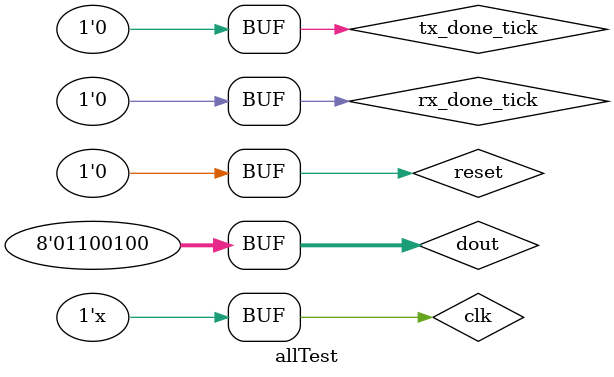
<source format=v>
`timescale 1ns / 1ps

module allTest;

    wire signed[7:0] a, b, d_in; 
	wire [7:0] leds;
	reg [7:0] dout;
	wire [5:0] op;
	reg clk, reset, rx_done_tick, tx_done_tick;
	wire wr, rd, tx_start, tx_full, rx_empty;
	wire tx, s_tick;
//	reg rx;

//    br_generator br_g (clk, s_tick);
//    rx_module rx_mod (clk, reset, rx, s_tick, rx_done_tick, dout);
    rx_interface int_rx (clk, reset,rx_done_tick, rd, dout, a, b, op, rx_empty);
    ALU alu (op, a, b, leds);
    tx_interface int_tx (clk, reset,tx_done_tick, rx_empty, leds, d_in, tx_start, rd);
//    tx_module tx_mod (clk, reset, tx_start , s_tick, d_in, tx_done_tick , tx);
    
    always 
        begin
            #5 clk = ~clk;            
        end
     initial
        begin
            clk = 0;
                    reset = 1;
                    rx_done_tick = 0;
                    dout = 0;
                    #20 reset = 0;                  // #20
                    
                    #20 dout = 53;          // 5    // #40
                    rx_done_tick = 1;
                    #20 rx_done_tick = 0;           // #60
                    #20 dout = 102;         // f    // #80
                    rx_done_tick = 1;
                    #20 rx_done_tick = 0;           // #100
                    #20 dout = 49;          // 1    // #120
                    rx_done_tick = 1;
                    #20 rx_done_tick = 0;           // #140
                    #20 dout = 48;          // 0    // #160
                    rx_done_tick = 1;
                    #20 rx_done_tick = 0;           // #180
                    #20 dout = 51;          // 3    // #200
                    rx_done_tick = 1;
                    #20 rx_done_tick = 0;           // #220            
                    #20 dout = 115;         // s    // #240
                    rx_done_tick = 1; 
                    #20 rx_done_tick = 0;           // #260
                    #20 dout = 43;          // +    // #280
                    rx_done_tick = 1;
                    #20 rx_done_tick = 0;           // #300
                    #20 dout = 111;         // o    // #320
                    rx_done_tick = 1;
                    #20 rx_done_tick = 0;           // #340
                    #20 dout = 100;         // d    // #360
                    rx_done_tick = 1;
                    #20 rx_done_tick = 0;           // #380
                    rx_done_tick = 1;
                    #20 rx_done_tick = 0;           // #430
                    #20 tx_done_tick = 1;
                    #20 tx_done_tick = 0;
                    #20 tx_done_tick = 1;
                    #20 tx_done_tick = 0;
                    #20 tx_done_tick = 1;
                    #20 tx_done_tick = 0;
        end
endmodule
</source>
